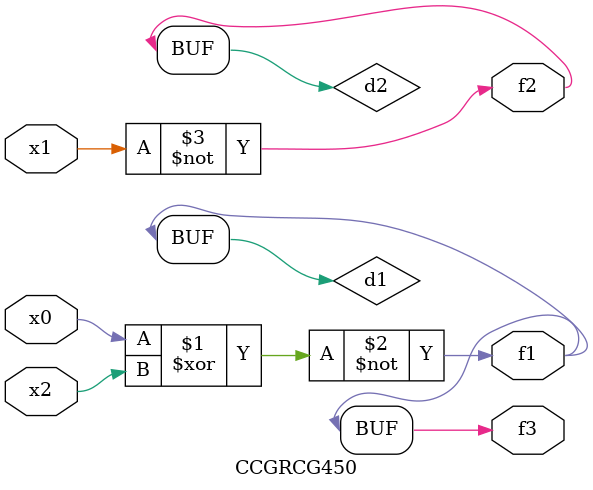
<source format=v>
module CCGRCG450(
	input x0, x1, x2,
	output f1, f2, f3
);

	wire d1, d2, d3;

	xnor (d1, x0, x2);
	nand (d2, x1);
	nor (d3, x1, x2);
	assign f1 = d1;
	assign f2 = d2;
	assign f3 = d1;
endmodule

</source>
